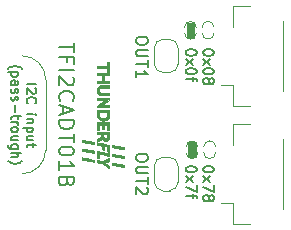
<source format=gbr>
%TF.GenerationSoftware,KiCad,Pcbnew,7.0.10-7.0.10~ubuntu23.04.1*%
%TF.CreationDate,2024-02-13T10:53:32+00:00*%
%TF.ProjectId,TFI2CADT01,54464932-4341-4445-9430-312e6b696361,rev?*%
%TF.SameCoordinates,PX7a53eb0PY6e37550*%
%TF.FileFunction,Legend,Top*%
%TF.FilePolarity,Positive*%
%FSLAX46Y46*%
G04 Gerber Fmt 4.6, Leading zero omitted, Abs format (unit mm)*
G04 Created by KiCad (PCBNEW 7.0.10-7.0.10~ubuntu23.04.1) date 2024-02-13 10:53:32*
%MOMM*%
%LPD*%
G01*
G04 APERTURE LIST*
%ADD10C,0.100000*%
%ADD11C,0.150000*%
%ADD12C,0.130000*%
%ADD13C,0.200000*%
G04 APERTURE END LIST*
D10*
X16226000Y9194000D02*
X16826000Y9194000D01*
X16826000Y7894000D01*
X16226000Y7894000D01*
X16226000Y9194000D01*
G36*
X16226000Y9194000D02*
G01*
X16826000Y9194000D01*
X16826000Y7894000D01*
X16226000Y7894000D01*
X16226000Y9194000D01*
G37*
X15891000Y18415000D02*
G75*
G03*
X16891000Y18415000I500000J0D01*
G01*
X4146000Y14494000D02*
G75*
G03*
X2146001Y16494000I-2000000J0D01*
G01*
X18391000Y18915000D02*
G75*
G03*
X17391000Y18915000I-500000J0D01*
G01*
X17026000Y8794000D02*
G75*
G03*
X16026000Y8794000I-500000J0D01*
G01*
X18526000Y8794000D02*
G75*
G03*
X17526000Y8794000I-500000J0D01*
G01*
X17526000Y8294000D02*
G75*
G03*
X18526000Y8294000I500000J0D01*
G01*
X4146000Y8508214D02*
X4146001Y14479787D01*
X16891000Y18915000D02*
G75*
G03*
X15891000Y18915000I-500000J0D01*
G01*
X16026000Y8294000D02*
G75*
G03*
X17026000Y8294000I500000J0D01*
G01*
X16091000Y19315000D02*
X16691000Y19315000D01*
X16691000Y18015000D01*
X16091000Y18015000D01*
X16091000Y19315000D01*
G36*
X16091000Y19315000D02*
G01*
X16691000Y19315000D01*
X16691000Y18015000D01*
X16091000Y18015000D01*
X16091000Y19315000D01*
G37*
X17391000Y18415000D02*
G75*
G03*
X18391000Y18415000I500000J0D01*
G01*
X2131786Y6508214D02*
G75*
G03*
X4131786Y8508213I14J1999986D01*
G01*
D11*
X12791180Y17870191D02*
X12791180Y17679715D01*
X12791180Y17679715D02*
X12743561Y17584477D01*
X12743561Y17584477D02*
X12648323Y17489239D01*
X12648323Y17489239D02*
X12457847Y17441620D01*
X12457847Y17441620D02*
X12124514Y17441620D01*
X12124514Y17441620D02*
X11934038Y17489239D01*
X11934038Y17489239D02*
X11838800Y17584477D01*
X11838800Y17584477D02*
X11791180Y17679715D01*
X11791180Y17679715D02*
X11791180Y17870191D01*
X11791180Y17870191D02*
X11838800Y17965429D01*
X11838800Y17965429D02*
X11934038Y18060667D01*
X11934038Y18060667D02*
X12124514Y18108286D01*
X12124514Y18108286D02*
X12457847Y18108286D01*
X12457847Y18108286D02*
X12648323Y18060667D01*
X12648323Y18060667D02*
X12743561Y17965429D01*
X12743561Y17965429D02*
X12791180Y17870191D01*
X12791180Y17013048D02*
X11981657Y17013048D01*
X11981657Y17013048D02*
X11886419Y16965429D01*
X11886419Y16965429D02*
X11838800Y16917810D01*
X11838800Y16917810D02*
X11791180Y16822572D01*
X11791180Y16822572D02*
X11791180Y16632096D01*
X11791180Y16632096D02*
X11838800Y16536858D01*
X11838800Y16536858D02*
X11886419Y16489239D01*
X11886419Y16489239D02*
X11981657Y16441620D01*
X11981657Y16441620D02*
X12791180Y16441620D01*
X12791180Y16108286D02*
X12791180Y15536858D01*
X11791180Y15822572D02*
X12791180Y15822572D01*
X11791180Y14679715D02*
X11791180Y15251143D01*
X11791180Y14965429D02*
X12791180Y14965429D01*
X12791180Y14965429D02*
X12648323Y15060667D01*
X12648323Y15060667D02*
X12553085Y15155905D01*
X12553085Y15155905D02*
X12505466Y15251143D01*
X2527704Y14084477D02*
X3327704Y14084477D01*
X3251514Y13741621D02*
X3289609Y13703525D01*
X3289609Y13703525D02*
X3327704Y13627335D01*
X3327704Y13627335D02*
X3327704Y13436859D01*
X3327704Y13436859D02*
X3289609Y13360668D01*
X3289609Y13360668D02*
X3251514Y13322573D01*
X3251514Y13322573D02*
X3175323Y13284478D01*
X3175323Y13284478D02*
X3099133Y13284478D01*
X3099133Y13284478D02*
X2984847Y13322573D01*
X2984847Y13322573D02*
X2527704Y13779716D01*
X2527704Y13779716D02*
X2527704Y13284478D01*
X2603895Y12484477D02*
X2565800Y12522573D01*
X2565800Y12522573D02*
X2527704Y12636858D01*
X2527704Y12636858D02*
X2527704Y12713049D01*
X2527704Y12713049D02*
X2565800Y12827335D01*
X2565800Y12827335D02*
X2641990Y12903525D01*
X2641990Y12903525D02*
X2718180Y12941620D01*
X2718180Y12941620D02*
X2870561Y12979716D01*
X2870561Y12979716D02*
X2984847Y12979716D01*
X2984847Y12979716D02*
X3137228Y12941620D01*
X3137228Y12941620D02*
X3213419Y12903525D01*
X3213419Y12903525D02*
X3289609Y12827335D01*
X3289609Y12827335D02*
X3327704Y12713049D01*
X3327704Y12713049D02*
X3327704Y12636858D01*
X3327704Y12636858D02*
X3289609Y12522573D01*
X3289609Y12522573D02*
X3251514Y12484477D01*
X2527704Y11532096D02*
X3061038Y11532096D01*
X3327704Y11532096D02*
X3289609Y11570192D01*
X3289609Y11570192D02*
X3251514Y11532096D01*
X3251514Y11532096D02*
X3289609Y11494001D01*
X3289609Y11494001D02*
X3327704Y11532096D01*
X3327704Y11532096D02*
X3251514Y11532096D01*
X3061038Y11151144D02*
X2527704Y11151144D01*
X2984847Y11151144D02*
X3022942Y11113049D01*
X3022942Y11113049D02*
X3061038Y11036859D01*
X3061038Y11036859D02*
X3061038Y10922573D01*
X3061038Y10922573D02*
X3022942Y10846382D01*
X3022942Y10846382D02*
X2946752Y10808287D01*
X2946752Y10808287D02*
X2527704Y10808287D01*
X3061038Y10427334D02*
X2261038Y10427334D01*
X3022942Y10427334D02*
X3061038Y10351144D01*
X3061038Y10351144D02*
X3061038Y10198763D01*
X3061038Y10198763D02*
X3022942Y10122572D01*
X3022942Y10122572D02*
X2984847Y10084477D01*
X2984847Y10084477D02*
X2908657Y10046382D01*
X2908657Y10046382D02*
X2680085Y10046382D01*
X2680085Y10046382D02*
X2603895Y10084477D01*
X2603895Y10084477D02*
X2565800Y10122572D01*
X2565800Y10122572D02*
X2527704Y10198763D01*
X2527704Y10198763D02*
X2527704Y10351144D01*
X2527704Y10351144D02*
X2565800Y10427334D01*
X3061038Y9360667D02*
X2527704Y9360667D01*
X3061038Y9703524D02*
X2641990Y9703524D01*
X2641990Y9703524D02*
X2565800Y9665429D01*
X2565800Y9665429D02*
X2527704Y9589239D01*
X2527704Y9589239D02*
X2527704Y9474953D01*
X2527704Y9474953D02*
X2565800Y9398762D01*
X2565800Y9398762D02*
X2603895Y9360667D01*
X3061038Y9094000D02*
X3061038Y8789238D01*
X3327704Y8979714D02*
X2641990Y8979714D01*
X2641990Y8979714D02*
X2565800Y8941619D01*
X2565800Y8941619D02*
X2527704Y8865429D01*
X2527704Y8865429D02*
X2527704Y8789238D01*
X934942Y15398763D02*
X973038Y15436858D01*
X973038Y15436858D02*
X1087323Y15513049D01*
X1087323Y15513049D02*
X1163514Y15551144D01*
X1163514Y15551144D02*
X1277800Y15589239D01*
X1277800Y15589239D02*
X1468276Y15627334D01*
X1468276Y15627334D02*
X1620657Y15627334D01*
X1620657Y15627334D02*
X1811133Y15589239D01*
X1811133Y15589239D02*
X1925419Y15551144D01*
X1925419Y15551144D02*
X2001609Y15513049D01*
X2001609Y15513049D02*
X2115895Y15436858D01*
X2115895Y15436858D02*
X2153990Y15398763D01*
X1773038Y15094001D02*
X973038Y15094001D01*
X1734942Y15094001D02*
X1773038Y15017811D01*
X1773038Y15017811D02*
X1773038Y14865430D01*
X1773038Y14865430D02*
X1734942Y14789239D01*
X1734942Y14789239D02*
X1696847Y14751144D01*
X1696847Y14751144D02*
X1620657Y14713049D01*
X1620657Y14713049D02*
X1392085Y14713049D01*
X1392085Y14713049D02*
X1315895Y14751144D01*
X1315895Y14751144D02*
X1277800Y14789239D01*
X1277800Y14789239D02*
X1239704Y14865430D01*
X1239704Y14865430D02*
X1239704Y15017811D01*
X1239704Y15017811D02*
X1277800Y15094001D01*
X1239704Y14027334D02*
X1658752Y14027334D01*
X1658752Y14027334D02*
X1734942Y14065429D01*
X1734942Y14065429D02*
X1773038Y14141620D01*
X1773038Y14141620D02*
X1773038Y14294001D01*
X1773038Y14294001D02*
X1734942Y14370191D01*
X1277800Y14027334D02*
X1239704Y14103525D01*
X1239704Y14103525D02*
X1239704Y14294001D01*
X1239704Y14294001D02*
X1277800Y14370191D01*
X1277800Y14370191D02*
X1353990Y14408287D01*
X1353990Y14408287D02*
X1430180Y14408287D01*
X1430180Y14408287D02*
X1506371Y14370191D01*
X1506371Y14370191D02*
X1544466Y14294001D01*
X1544466Y14294001D02*
X1544466Y14103525D01*
X1544466Y14103525D02*
X1582561Y14027334D01*
X1277800Y13684477D02*
X1239704Y13608286D01*
X1239704Y13608286D02*
X1239704Y13455905D01*
X1239704Y13455905D02*
X1277800Y13379715D01*
X1277800Y13379715D02*
X1353990Y13341619D01*
X1353990Y13341619D02*
X1392085Y13341619D01*
X1392085Y13341619D02*
X1468276Y13379715D01*
X1468276Y13379715D02*
X1506371Y13455905D01*
X1506371Y13455905D02*
X1506371Y13570191D01*
X1506371Y13570191D02*
X1544466Y13646381D01*
X1544466Y13646381D02*
X1620657Y13684477D01*
X1620657Y13684477D02*
X1658752Y13684477D01*
X1658752Y13684477D02*
X1734942Y13646381D01*
X1734942Y13646381D02*
X1773038Y13570191D01*
X1773038Y13570191D02*
X1773038Y13455905D01*
X1773038Y13455905D02*
X1734942Y13379715D01*
X1277800Y13036858D02*
X1239704Y12960667D01*
X1239704Y12960667D02*
X1239704Y12808286D01*
X1239704Y12808286D02*
X1277800Y12732096D01*
X1277800Y12732096D02*
X1353990Y12694000D01*
X1353990Y12694000D02*
X1392085Y12694000D01*
X1392085Y12694000D02*
X1468276Y12732096D01*
X1468276Y12732096D02*
X1506371Y12808286D01*
X1506371Y12808286D02*
X1506371Y12922572D01*
X1506371Y12922572D02*
X1544466Y12998762D01*
X1544466Y12998762D02*
X1620657Y13036858D01*
X1620657Y13036858D02*
X1658752Y13036858D01*
X1658752Y13036858D02*
X1734942Y12998762D01*
X1734942Y12998762D02*
X1773038Y12922572D01*
X1773038Y12922572D02*
X1773038Y12808286D01*
X1773038Y12808286D02*
X1734942Y12732096D01*
X1544466Y12351143D02*
X1544466Y11741619D01*
X1773038Y11474953D02*
X1773038Y11170191D01*
X2039704Y11360667D02*
X1353990Y11360667D01*
X1353990Y11360667D02*
X1277800Y11322572D01*
X1277800Y11322572D02*
X1239704Y11246382D01*
X1239704Y11246382D02*
X1239704Y11170191D01*
X1239704Y10903524D02*
X1773038Y10903524D01*
X1620657Y10903524D02*
X1696847Y10865429D01*
X1696847Y10865429D02*
X1734942Y10827334D01*
X1734942Y10827334D02*
X1773038Y10751143D01*
X1773038Y10751143D02*
X1773038Y10674953D01*
X1239704Y10294001D02*
X1277800Y10370191D01*
X1277800Y10370191D02*
X1315895Y10408286D01*
X1315895Y10408286D02*
X1392085Y10446382D01*
X1392085Y10446382D02*
X1620657Y10446382D01*
X1620657Y10446382D02*
X1696847Y10408286D01*
X1696847Y10408286D02*
X1734942Y10370191D01*
X1734942Y10370191D02*
X1773038Y10294001D01*
X1773038Y10294001D02*
X1773038Y10179715D01*
X1773038Y10179715D02*
X1734942Y10103524D01*
X1734942Y10103524D02*
X1696847Y10065429D01*
X1696847Y10065429D02*
X1620657Y10027334D01*
X1620657Y10027334D02*
X1392085Y10027334D01*
X1392085Y10027334D02*
X1315895Y10065429D01*
X1315895Y10065429D02*
X1277800Y10103524D01*
X1277800Y10103524D02*
X1239704Y10179715D01*
X1239704Y10179715D02*
X1239704Y10294001D01*
X1773038Y9341619D02*
X1239704Y9341619D01*
X1773038Y9684476D02*
X1353990Y9684476D01*
X1353990Y9684476D02*
X1277800Y9646381D01*
X1277800Y9646381D02*
X1239704Y9570191D01*
X1239704Y9570191D02*
X1239704Y9455905D01*
X1239704Y9455905D02*
X1277800Y9379714D01*
X1277800Y9379714D02*
X1315895Y9341619D01*
X1773038Y8617809D02*
X1125419Y8617809D01*
X1125419Y8617809D02*
X1049228Y8655904D01*
X1049228Y8655904D02*
X1011133Y8694000D01*
X1011133Y8694000D02*
X973038Y8770190D01*
X973038Y8770190D02*
X973038Y8884476D01*
X973038Y8884476D02*
X1011133Y8960666D01*
X1277800Y8617809D02*
X1239704Y8694000D01*
X1239704Y8694000D02*
X1239704Y8846381D01*
X1239704Y8846381D02*
X1277800Y8922571D01*
X1277800Y8922571D02*
X1315895Y8960666D01*
X1315895Y8960666D02*
X1392085Y8998762D01*
X1392085Y8998762D02*
X1620657Y8998762D01*
X1620657Y8998762D02*
X1696847Y8960666D01*
X1696847Y8960666D02*
X1734942Y8922571D01*
X1734942Y8922571D02*
X1773038Y8846381D01*
X1773038Y8846381D02*
X1773038Y8694000D01*
X1773038Y8694000D02*
X1734942Y8617809D01*
X1239704Y8236856D02*
X2039704Y8236856D01*
X1239704Y7893999D02*
X1658752Y7893999D01*
X1658752Y7893999D02*
X1734942Y7932094D01*
X1734942Y7932094D02*
X1773038Y8008285D01*
X1773038Y8008285D02*
X1773038Y8122571D01*
X1773038Y8122571D02*
X1734942Y8198761D01*
X1734942Y8198761D02*
X1696847Y8236856D01*
X934942Y7589237D02*
X973038Y7551142D01*
X973038Y7551142D02*
X1087323Y7474951D01*
X1087323Y7474951D02*
X1163514Y7436856D01*
X1163514Y7436856D02*
X1277800Y7398761D01*
X1277800Y7398761D02*
X1468276Y7360665D01*
X1468276Y7360665D02*
X1620657Y7360665D01*
X1620657Y7360665D02*
X1811133Y7398761D01*
X1811133Y7398761D02*
X1925419Y7436856D01*
X1925419Y7436856D02*
X2001609Y7474951D01*
X2001609Y7474951D02*
X2115895Y7551142D01*
X2115895Y7551142D02*
X2153990Y7589237D01*
D12*
X18360902Y6922760D02*
X18360902Y6837046D01*
X18360902Y6837046D02*
X18318045Y6751332D01*
X18318045Y6751332D02*
X18275188Y6708474D01*
X18275188Y6708474D02*
X18189474Y6665617D01*
X18189474Y6665617D02*
X18018045Y6622760D01*
X18018045Y6622760D02*
X17803760Y6622760D01*
X17803760Y6622760D02*
X17632331Y6665617D01*
X17632331Y6665617D02*
X17546617Y6708474D01*
X17546617Y6708474D02*
X17503760Y6751332D01*
X17503760Y6751332D02*
X17460902Y6837046D01*
X17460902Y6837046D02*
X17460902Y6922760D01*
X17460902Y6922760D02*
X17503760Y7008474D01*
X17503760Y7008474D02*
X17546617Y7051332D01*
X17546617Y7051332D02*
X17632331Y7094189D01*
X17632331Y7094189D02*
X17803760Y7137046D01*
X17803760Y7137046D02*
X18018045Y7137046D01*
X18018045Y7137046D02*
X18189474Y7094189D01*
X18189474Y7094189D02*
X18275188Y7051332D01*
X18275188Y7051332D02*
X18318045Y7008474D01*
X18318045Y7008474D02*
X18360902Y6922760D01*
X17460902Y6322760D02*
X18060902Y5851331D01*
X18060902Y6322760D02*
X17460902Y5851331D01*
X18360902Y5594189D02*
X18360902Y4994189D01*
X18360902Y4994189D02*
X17460902Y5379903D01*
X17975188Y4522760D02*
X18018045Y4608475D01*
X18018045Y4608475D02*
X18060902Y4651332D01*
X18060902Y4651332D02*
X18146617Y4694189D01*
X18146617Y4694189D02*
X18189474Y4694189D01*
X18189474Y4694189D02*
X18275188Y4651332D01*
X18275188Y4651332D02*
X18318045Y4608475D01*
X18318045Y4608475D02*
X18360902Y4522760D01*
X18360902Y4522760D02*
X18360902Y4351332D01*
X18360902Y4351332D02*
X18318045Y4265617D01*
X18318045Y4265617D02*
X18275188Y4222760D01*
X18275188Y4222760D02*
X18189474Y4179903D01*
X18189474Y4179903D02*
X18146617Y4179903D01*
X18146617Y4179903D02*
X18060902Y4222760D01*
X18060902Y4222760D02*
X18018045Y4265617D01*
X18018045Y4265617D02*
X17975188Y4351332D01*
X17975188Y4351332D02*
X17975188Y4522760D01*
X17975188Y4522760D02*
X17932331Y4608475D01*
X17932331Y4608475D02*
X17889474Y4651332D01*
X17889474Y4651332D02*
X17803760Y4694189D01*
X17803760Y4694189D02*
X17632331Y4694189D01*
X17632331Y4694189D02*
X17546617Y4651332D01*
X17546617Y4651332D02*
X17503760Y4608475D01*
X17503760Y4608475D02*
X17460902Y4522760D01*
X17460902Y4522760D02*
X17460902Y4351332D01*
X17460902Y4351332D02*
X17503760Y4265617D01*
X17503760Y4265617D02*
X17546617Y4222760D01*
X17546617Y4222760D02*
X17632331Y4179903D01*
X17632331Y4179903D02*
X17803760Y4179903D01*
X17803760Y4179903D02*
X17889474Y4222760D01*
X17889474Y4222760D02*
X17932331Y4265617D01*
X17932331Y4265617D02*
X17975188Y4351332D01*
X16911902Y6922760D02*
X16911902Y6837046D01*
X16911902Y6837046D02*
X16869045Y6751332D01*
X16869045Y6751332D02*
X16826188Y6708474D01*
X16826188Y6708474D02*
X16740474Y6665617D01*
X16740474Y6665617D02*
X16569045Y6622760D01*
X16569045Y6622760D02*
X16354760Y6622760D01*
X16354760Y6622760D02*
X16183331Y6665617D01*
X16183331Y6665617D02*
X16097617Y6708474D01*
X16097617Y6708474D02*
X16054760Y6751332D01*
X16054760Y6751332D02*
X16011902Y6837046D01*
X16011902Y6837046D02*
X16011902Y6922760D01*
X16011902Y6922760D02*
X16054760Y7008474D01*
X16054760Y7008474D02*
X16097617Y7051332D01*
X16097617Y7051332D02*
X16183331Y7094189D01*
X16183331Y7094189D02*
X16354760Y7137046D01*
X16354760Y7137046D02*
X16569045Y7137046D01*
X16569045Y7137046D02*
X16740474Y7094189D01*
X16740474Y7094189D02*
X16826188Y7051332D01*
X16826188Y7051332D02*
X16869045Y7008474D01*
X16869045Y7008474D02*
X16911902Y6922760D01*
X16011902Y6322760D02*
X16611902Y5851331D01*
X16611902Y6322760D02*
X16011902Y5851331D01*
X16911902Y5594189D02*
X16911902Y4994189D01*
X16911902Y4994189D02*
X16011902Y5379903D01*
X16611902Y4779903D02*
X16611902Y4437046D01*
X16011902Y4651332D02*
X16783331Y4651332D01*
X16783331Y4651332D02*
X16869045Y4608475D01*
X16869045Y4608475D02*
X16911902Y4522760D01*
X16911902Y4522760D02*
X16911902Y4437046D01*
D11*
X12791180Y7970191D02*
X12791180Y7779715D01*
X12791180Y7779715D02*
X12743561Y7684477D01*
X12743561Y7684477D02*
X12648323Y7589239D01*
X12648323Y7589239D02*
X12457847Y7541620D01*
X12457847Y7541620D02*
X12124514Y7541620D01*
X12124514Y7541620D02*
X11934038Y7589239D01*
X11934038Y7589239D02*
X11838800Y7684477D01*
X11838800Y7684477D02*
X11791180Y7779715D01*
X11791180Y7779715D02*
X11791180Y7970191D01*
X11791180Y7970191D02*
X11838800Y8065429D01*
X11838800Y8065429D02*
X11934038Y8160667D01*
X11934038Y8160667D02*
X12124514Y8208286D01*
X12124514Y8208286D02*
X12457847Y8208286D01*
X12457847Y8208286D02*
X12648323Y8160667D01*
X12648323Y8160667D02*
X12743561Y8065429D01*
X12743561Y8065429D02*
X12791180Y7970191D01*
X12791180Y7113048D02*
X11981657Y7113048D01*
X11981657Y7113048D02*
X11886419Y7065429D01*
X11886419Y7065429D02*
X11838800Y7017810D01*
X11838800Y7017810D02*
X11791180Y6922572D01*
X11791180Y6922572D02*
X11791180Y6732096D01*
X11791180Y6732096D02*
X11838800Y6636858D01*
X11838800Y6636858D02*
X11886419Y6589239D01*
X11886419Y6589239D02*
X11981657Y6541620D01*
X11981657Y6541620D02*
X12791180Y6541620D01*
X12791180Y6208286D02*
X12791180Y5636858D01*
X11791180Y5922572D02*
X12791180Y5922572D01*
X12695942Y5351143D02*
X12743561Y5303524D01*
X12743561Y5303524D02*
X12791180Y5208286D01*
X12791180Y5208286D02*
X12791180Y4970191D01*
X12791180Y4970191D02*
X12743561Y4874953D01*
X12743561Y4874953D02*
X12695942Y4827334D01*
X12695942Y4827334D02*
X12600704Y4779715D01*
X12600704Y4779715D02*
X12505466Y4779715D01*
X12505466Y4779715D02*
X12362609Y4827334D01*
X12362609Y4827334D02*
X11791180Y5398762D01*
X11791180Y5398762D02*
X11791180Y4779715D01*
D13*
X6554995Y17591619D02*
X6554995Y16848762D01*
X5254995Y17220190D02*
X6554995Y17220190D01*
X5935947Y15982095D02*
X5935947Y16415429D01*
X5254995Y16415429D02*
X6554995Y16415429D01*
X6554995Y16415429D02*
X6554995Y15796381D01*
X5254995Y15301143D02*
X6554995Y15301143D01*
X6431185Y14743999D02*
X6493090Y14682095D01*
X6493090Y14682095D02*
X6554995Y14558285D01*
X6554995Y14558285D02*
X6554995Y14248761D01*
X6554995Y14248761D02*
X6493090Y14124952D01*
X6493090Y14124952D02*
X6431185Y14063047D01*
X6431185Y14063047D02*
X6307376Y14001142D01*
X6307376Y14001142D02*
X6183566Y14001142D01*
X6183566Y14001142D02*
X5997852Y14063047D01*
X5997852Y14063047D02*
X5254995Y14805904D01*
X5254995Y14805904D02*
X5254995Y14001142D01*
X5378804Y12701143D02*
X5316900Y12763047D01*
X5316900Y12763047D02*
X5254995Y12948762D01*
X5254995Y12948762D02*
X5254995Y13072571D01*
X5254995Y13072571D02*
X5316900Y13258285D01*
X5316900Y13258285D02*
X5440709Y13382095D01*
X5440709Y13382095D02*
X5564519Y13444000D01*
X5564519Y13444000D02*
X5812138Y13505904D01*
X5812138Y13505904D02*
X5997852Y13505904D01*
X5997852Y13505904D02*
X6245471Y13444000D01*
X6245471Y13444000D02*
X6369280Y13382095D01*
X6369280Y13382095D02*
X6493090Y13258285D01*
X6493090Y13258285D02*
X6554995Y13072571D01*
X6554995Y13072571D02*
X6554995Y12948762D01*
X6554995Y12948762D02*
X6493090Y12763047D01*
X6493090Y12763047D02*
X6431185Y12701143D01*
X5626423Y12205904D02*
X5626423Y11586857D01*
X5254995Y12329714D02*
X6554995Y11896381D01*
X6554995Y11896381D02*
X5254995Y11463047D01*
X5254995Y11029714D02*
X6554995Y11029714D01*
X6554995Y11029714D02*
X6554995Y10720190D01*
X6554995Y10720190D02*
X6493090Y10534476D01*
X6493090Y10534476D02*
X6369280Y10410666D01*
X6369280Y10410666D02*
X6245471Y10348761D01*
X6245471Y10348761D02*
X5997852Y10286857D01*
X5997852Y10286857D02*
X5812138Y10286857D01*
X5812138Y10286857D02*
X5564519Y10348761D01*
X5564519Y10348761D02*
X5440709Y10410666D01*
X5440709Y10410666D02*
X5316900Y10534476D01*
X5316900Y10534476D02*
X5254995Y10720190D01*
X5254995Y10720190D02*
X5254995Y11029714D01*
X6554995Y9915428D02*
X6554995Y9172571D01*
X5254995Y9543999D02*
X6554995Y9543999D01*
X6554995Y8491619D02*
X6554995Y8367809D01*
X6554995Y8367809D02*
X6493090Y8244000D01*
X6493090Y8244000D02*
X6431185Y8182095D01*
X6431185Y8182095D02*
X6307376Y8120190D01*
X6307376Y8120190D02*
X6059757Y8058285D01*
X6059757Y8058285D02*
X5750233Y8058285D01*
X5750233Y8058285D02*
X5502614Y8120190D01*
X5502614Y8120190D02*
X5378804Y8182095D01*
X5378804Y8182095D02*
X5316900Y8244000D01*
X5316900Y8244000D02*
X5254995Y8367809D01*
X5254995Y8367809D02*
X5254995Y8491619D01*
X5254995Y8491619D02*
X5316900Y8615428D01*
X5316900Y8615428D02*
X5378804Y8677333D01*
X5378804Y8677333D02*
X5502614Y8739238D01*
X5502614Y8739238D02*
X5750233Y8801142D01*
X5750233Y8801142D02*
X6059757Y8801142D01*
X6059757Y8801142D02*
X6307376Y8739238D01*
X6307376Y8739238D02*
X6431185Y8677333D01*
X6431185Y8677333D02*
X6493090Y8615428D01*
X6493090Y8615428D02*
X6554995Y8491619D01*
X5254995Y6820190D02*
X5254995Y7563047D01*
X5254995Y7191619D02*
X6554995Y7191619D01*
X6554995Y7191619D02*
X6369280Y7315428D01*
X6369280Y7315428D02*
X6245471Y7439238D01*
X6245471Y7439238D02*
X6183566Y7563047D01*
X5935947Y5829714D02*
X5874042Y5644000D01*
X5874042Y5644000D02*
X5812138Y5582095D01*
X5812138Y5582095D02*
X5688328Y5520191D01*
X5688328Y5520191D02*
X5502614Y5520191D01*
X5502614Y5520191D02*
X5378804Y5582095D01*
X5378804Y5582095D02*
X5316900Y5644000D01*
X5316900Y5644000D02*
X5254995Y5767810D01*
X5254995Y5767810D02*
X5254995Y6263048D01*
X5254995Y6263048D02*
X6554995Y6263048D01*
X6554995Y6263048D02*
X6554995Y5829714D01*
X6554995Y5829714D02*
X6493090Y5705905D01*
X6493090Y5705905D02*
X6431185Y5644000D01*
X6431185Y5644000D02*
X6307376Y5582095D01*
X6307376Y5582095D02*
X6183566Y5582095D01*
X6183566Y5582095D02*
X6059757Y5644000D01*
X6059757Y5644000D02*
X5997852Y5705905D01*
X5997852Y5705905D02*
X5935947Y5829714D01*
X5935947Y5829714D02*
X5935947Y6263048D01*
D12*
X18360902Y16822760D02*
X18360902Y16737046D01*
X18360902Y16737046D02*
X18318045Y16651332D01*
X18318045Y16651332D02*
X18275188Y16608474D01*
X18275188Y16608474D02*
X18189474Y16565617D01*
X18189474Y16565617D02*
X18018045Y16522760D01*
X18018045Y16522760D02*
X17803760Y16522760D01*
X17803760Y16522760D02*
X17632331Y16565617D01*
X17632331Y16565617D02*
X17546617Y16608474D01*
X17546617Y16608474D02*
X17503760Y16651332D01*
X17503760Y16651332D02*
X17460902Y16737046D01*
X17460902Y16737046D02*
X17460902Y16822760D01*
X17460902Y16822760D02*
X17503760Y16908474D01*
X17503760Y16908474D02*
X17546617Y16951332D01*
X17546617Y16951332D02*
X17632331Y16994189D01*
X17632331Y16994189D02*
X17803760Y17037046D01*
X17803760Y17037046D02*
X18018045Y17037046D01*
X18018045Y17037046D02*
X18189474Y16994189D01*
X18189474Y16994189D02*
X18275188Y16951332D01*
X18275188Y16951332D02*
X18318045Y16908474D01*
X18318045Y16908474D02*
X18360902Y16822760D01*
X17460902Y16222760D02*
X18060902Y15751331D01*
X18060902Y16222760D02*
X17460902Y15751331D01*
X18360902Y15237046D02*
X18360902Y15151332D01*
X18360902Y15151332D02*
X18318045Y15065618D01*
X18318045Y15065618D02*
X18275188Y15022760D01*
X18275188Y15022760D02*
X18189474Y14979903D01*
X18189474Y14979903D02*
X18018045Y14937046D01*
X18018045Y14937046D02*
X17803760Y14937046D01*
X17803760Y14937046D02*
X17632331Y14979903D01*
X17632331Y14979903D02*
X17546617Y15022760D01*
X17546617Y15022760D02*
X17503760Y15065618D01*
X17503760Y15065618D02*
X17460902Y15151332D01*
X17460902Y15151332D02*
X17460902Y15237046D01*
X17460902Y15237046D02*
X17503760Y15322760D01*
X17503760Y15322760D02*
X17546617Y15365618D01*
X17546617Y15365618D02*
X17632331Y15408475D01*
X17632331Y15408475D02*
X17803760Y15451332D01*
X17803760Y15451332D02*
X18018045Y15451332D01*
X18018045Y15451332D02*
X18189474Y15408475D01*
X18189474Y15408475D02*
X18275188Y15365618D01*
X18275188Y15365618D02*
X18318045Y15322760D01*
X18318045Y15322760D02*
X18360902Y15237046D01*
X17975188Y14422760D02*
X18018045Y14508475D01*
X18018045Y14508475D02*
X18060902Y14551332D01*
X18060902Y14551332D02*
X18146617Y14594189D01*
X18146617Y14594189D02*
X18189474Y14594189D01*
X18189474Y14594189D02*
X18275188Y14551332D01*
X18275188Y14551332D02*
X18318045Y14508475D01*
X18318045Y14508475D02*
X18360902Y14422760D01*
X18360902Y14422760D02*
X18360902Y14251332D01*
X18360902Y14251332D02*
X18318045Y14165617D01*
X18318045Y14165617D02*
X18275188Y14122760D01*
X18275188Y14122760D02*
X18189474Y14079903D01*
X18189474Y14079903D02*
X18146617Y14079903D01*
X18146617Y14079903D02*
X18060902Y14122760D01*
X18060902Y14122760D02*
X18018045Y14165617D01*
X18018045Y14165617D02*
X17975188Y14251332D01*
X17975188Y14251332D02*
X17975188Y14422760D01*
X17975188Y14422760D02*
X17932331Y14508475D01*
X17932331Y14508475D02*
X17889474Y14551332D01*
X17889474Y14551332D02*
X17803760Y14594189D01*
X17803760Y14594189D02*
X17632331Y14594189D01*
X17632331Y14594189D02*
X17546617Y14551332D01*
X17546617Y14551332D02*
X17503760Y14508475D01*
X17503760Y14508475D02*
X17460902Y14422760D01*
X17460902Y14422760D02*
X17460902Y14251332D01*
X17460902Y14251332D02*
X17503760Y14165617D01*
X17503760Y14165617D02*
X17546617Y14122760D01*
X17546617Y14122760D02*
X17632331Y14079903D01*
X17632331Y14079903D02*
X17803760Y14079903D01*
X17803760Y14079903D02*
X17889474Y14122760D01*
X17889474Y14122760D02*
X17932331Y14165617D01*
X17932331Y14165617D02*
X17975188Y14251332D01*
X16911902Y16822760D02*
X16911902Y16737046D01*
X16911902Y16737046D02*
X16869045Y16651332D01*
X16869045Y16651332D02*
X16826188Y16608474D01*
X16826188Y16608474D02*
X16740474Y16565617D01*
X16740474Y16565617D02*
X16569045Y16522760D01*
X16569045Y16522760D02*
X16354760Y16522760D01*
X16354760Y16522760D02*
X16183331Y16565617D01*
X16183331Y16565617D02*
X16097617Y16608474D01*
X16097617Y16608474D02*
X16054760Y16651332D01*
X16054760Y16651332D02*
X16011902Y16737046D01*
X16011902Y16737046D02*
X16011902Y16822760D01*
X16011902Y16822760D02*
X16054760Y16908474D01*
X16054760Y16908474D02*
X16097617Y16951332D01*
X16097617Y16951332D02*
X16183331Y16994189D01*
X16183331Y16994189D02*
X16354760Y17037046D01*
X16354760Y17037046D02*
X16569045Y17037046D01*
X16569045Y17037046D02*
X16740474Y16994189D01*
X16740474Y16994189D02*
X16826188Y16951332D01*
X16826188Y16951332D02*
X16869045Y16908474D01*
X16869045Y16908474D02*
X16911902Y16822760D01*
X16011902Y16222760D02*
X16611902Y15751331D01*
X16611902Y16222760D02*
X16011902Y15751331D01*
X16911902Y15237046D02*
X16911902Y15151332D01*
X16911902Y15151332D02*
X16869045Y15065618D01*
X16869045Y15065618D02*
X16826188Y15022760D01*
X16826188Y15022760D02*
X16740474Y14979903D01*
X16740474Y14979903D02*
X16569045Y14937046D01*
X16569045Y14937046D02*
X16354760Y14937046D01*
X16354760Y14937046D02*
X16183331Y14979903D01*
X16183331Y14979903D02*
X16097617Y15022760D01*
X16097617Y15022760D02*
X16054760Y15065618D01*
X16054760Y15065618D02*
X16011902Y15151332D01*
X16011902Y15151332D02*
X16011902Y15237046D01*
X16011902Y15237046D02*
X16054760Y15322760D01*
X16054760Y15322760D02*
X16097617Y15365618D01*
X16097617Y15365618D02*
X16183331Y15408475D01*
X16183331Y15408475D02*
X16354760Y15451332D01*
X16354760Y15451332D02*
X16569045Y15451332D01*
X16569045Y15451332D02*
X16740474Y15408475D01*
X16740474Y15408475D02*
X16826188Y15365618D01*
X16826188Y15365618D02*
X16869045Y15322760D01*
X16869045Y15322760D02*
X16911902Y15237046D01*
X16611902Y14679903D02*
X16611902Y14337046D01*
X16011902Y14551332D02*
X16783331Y14551332D01*
X16783331Y14551332D02*
X16869045Y14508475D01*
X16869045Y14508475D02*
X16911902Y14422760D01*
X16911902Y14422760D02*
X16911902Y14337046D01*
D10*
%TO.C,JP1*%
X14046000Y7894000D02*
X14646000Y7894000D01*
X15346000Y7194000D02*
X15346000Y5794000D01*
X13346000Y5794000D02*
X13346000Y7194000D01*
X14646000Y5094000D02*
X14046000Y5094000D01*
X15346000Y7194000D02*
G75*
G03*
X14646000Y7894000I-699999J1D01*
G01*
X14046000Y7894000D02*
G75*
G03*
X13346000Y7194000I-1J-699999D01*
G01*
X14646000Y5094000D02*
G75*
G03*
X15346000Y5794000I0J700000D01*
G01*
X13346000Y5794000D02*
G75*
G03*
X14046000Y5094000I700000J0D01*
G01*
%TO.C,JP2*%
X14646000Y15094000D02*
X14046000Y15094000D01*
X13346000Y15794000D02*
X13346000Y17194000D01*
X15346000Y17194000D02*
X15346000Y15794000D01*
X14046000Y17894000D02*
X14646000Y17894000D01*
X13346000Y15794000D02*
G75*
G03*
X14046000Y15094000I699999J-1D01*
G01*
X14646000Y15094000D02*
G75*
G03*
X15346000Y15794000I1J699999D01*
G01*
X14046000Y17894000D02*
G75*
G03*
X13346000Y17194000I0J-700000D01*
G01*
X15346000Y17194000D02*
G75*
G03*
X14646000Y17894000I-700000J0D01*
G01*
%TO.C,G1*%
X9517699Y15159489D02*
X9334069Y15159489D01*
X9334069Y15454609D01*
X8481500Y15454609D01*
X8481500Y15644797D01*
X9334069Y15644797D01*
X9334069Y15939917D01*
X9517699Y15939917D01*
X9517699Y15159489D01*
G36*
X9517699Y15159489D02*
G01*
X9334069Y15159489D01*
X9334069Y15454609D01*
X8481500Y15454609D01*
X8481500Y15644797D01*
X9334069Y15644797D01*
X9334069Y15939917D01*
X9517699Y15939917D01*
X9517699Y15159489D01*
G37*
X9517699Y14864369D02*
X9111090Y14864369D01*
X9111090Y14385619D01*
X9517699Y14385619D01*
X9517699Y14195430D01*
X8481500Y14195430D01*
X8481500Y14385619D01*
X8927459Y14385619D01*
X8927459Y14864369D01*
X8481500Y14864369D01*
X8481500Y15054557D01*
X9517699Y15054557D01*
X9517699Y14864369D01*
G36*
X9517699Y14864369D02*
G01*
X9111090Y14864369D01*
X9111090Y14385619D01*
X9517699Y14385619D01*
X9517699Y14195430D01*
X8481500Y14195430D01*
X8481500Y14385619D01*
X8927459Y14385619D01*
X8927459Y14864369D01*
X8481500Y14864369D01*
X8481500Y15054557D01*
X9517699Y15054557D01*
X9517699Y14864369D01*
G37*
X9517699Y10194914D02*
X9334069Y10194914D01*
X9334069Y10667106D01*
X9111090Y10667106D01*
X9111090Y10306403D01*
X8927459Y10306403D01*
X8927459Y10667106D01*
X8665130Y10667106D01*
X8665130Y10181797D01*
X8481500Y10181797D01*
X8481500Y10863852D01*
X9517699Y10863852D01*
X9517699Y10194914D01*
G36*
X9517699Y10194914D02*
G01*
X9334069Y10194914D01*
X9334069Y10667106D01*
X9111090Y10667106D01*
X9111090Y10306403D01*
X8927459Y10306403D01*
X8927459Y10667106D01*
X8665130Y10667106D01*
X8665130Y10181797D01*
X8481500Y10181797D01*
X8481500Y10863852D01*
X9517699Y10863852D01*
X9517699Y10194914D01*
G37*
X9517699Y12754021D02*
X9184870Y12533642D01*
X8852040Y12313263D01*
X9184870Y12313242D01*
X9517699Y12313220D01*
X9517699Y12123031D01*
X8481500Y12123031D01*
X8481500Y12278302D01*
X8837284Y12515454D01*
X9193067Y12752606D01*
X8837284Y12752614D01*
X8481500Y12752621D01*
X8481500Y12942809D01*
X9517699Y12942809D01*
X9517699Y12754021D01*
G36*
X9517699Y12754021D02*
G01*
X9184870Y12533642D01*
X8852040Y12313263D01*
X9184870Y12313242D01*
X9517699Y12313220D01*
X9517699Y12123031D01*
X8481500Y12123031D01*
X8481500Y12278302D01*
X8837284Y12515454D01*
X9193067Y12752606D01*
X8837284Y12752614D01*
X8481500Y12752621D01*
X8481500Y12942809D01*
X9517699Y12942809D01*
X9517699Y12754021D01*
G37*
X7214123Y9386487D02*
X7223334Y9384835D01*
X7244434Y9381102D01*
X7276393Y9375469D01*
X7318179Y9368118D01*
X7368761Y9359229D01*
X7427110Y9348984D01*
X7492193Y9337564D01*
X7562980Y9325149D01*
X7638441Y9311921D01*
X7717544Y9298060D01*
X7732209Y9295492D01*
X8232259Y9207901D01*
X8232273Y9114446D01*
X8231943Y9074735D01*
X8230867Y9046883D01*
X8228942Y9029651D01*
X8226062Y9021797D01*
X8224406Y9020992D01*
X8216845Y9022102D01*
X8197366Y9025317D01*
X8166969Y9030464D01*
X8126653Y9037371D01*
X8077419Y9045863D01*
X8020265Y9055769D01*
X7956192Y9066915D01*
X7886199Y9079128D01*
X7811284Y9092236D01*
X7732449Y9106065D01*
X7712742Y9109528D01*
X7633144Y9123502D01*
X7557256Y9136798D01*
X7486072Y9149242D01*
X7420589Y9160662D01*
X7361803Y9170885D01*
X7310709Y9179738D01*
X7268303Y9187048D01*
X7235580Y9192643D01*
X7213538Y9196349D01*
X7203171Y9197995D01*
X7202523Y9198064D01*
X7199950Y9204382D01*
X7197959Y9222395D01*
X7196643Y9250691D01*
X7196098Y9287858D01*
X7196088Y9293978D01*
X7196088Y9389892D01*
X7214123Y9386487D01*
G36*
X7214123Y9386487D02*
G01*
X7223334Y9384835D01*
X7244434Y9381102D01*
X7276393Y9375469D01*
X7318179Y9368118D01*
X7368761Y9359229D01*
X7427110Y9348984D01*
X7492193Y9337564D01*
X7562980Y9325149D01*
X7638441Y9311921D01*
X7717544Y9298060D01*
X7732209Y9295492D01*
X8232259Y9207901D01*
X8232273Y9114446D01*
X8231943Y9074735D01*
X8230867Y9046883D01*
X8228942Y9029651D01*
X8226062Y9021797D01*
X8224406Y9020992D01*
X8216845Y9022102D01*
X8197366Y9025317D01*
X8166969Y9030464D01*
X8126653Y9037371D01*
X8077419Y9045863D01*
X8020265Y9055769D01*
X7956192Y9066915D01*
X7886199Y9079128D01*
X7811284Y9092236D01*
X7732449Y9106065D01*
X7712742Y9109528D01*
X7633144Y9123502D01*
X7557256Y9136798D01*
X7486072Y9149242D01*
X7420589Y9160662D01*
X7361803Y9170885D01*
X7310709Y9179738D01*
X7268303Y9187048D01*
X7235580Y9192643D01*
X7213538Y9196349D01*
X7203171Y9197995D01*
X7202523Y9198064D01*
X7199950Y9204382D01*
X7197959Y9222395D01*
X7196643Y9250691D01*
X7196098Y9287858D01*
X7196088Y9293978D01*
X7196088Y9389892D01*
X7214123Y9386487D01*
G37*
X9783455Y8193543D02*
X9803025Y8190349D01*
X9833099Y8185282D01*
X9872476Y8178555D01*
X9919951Y8170379D01*
X9974322Y8160966D01*
X10034387Y8150526D01*
X10098941Y8139271D01*
X10166781Y8127413D01*
X10236706Y8115162D01*
X10307511Y8102730D01*
X10377994Y8090328D01*
X10446952Y8078169D01*
X10513181Y8066462D01*
X10575479Y8055419D01*
X10632643Y8045252D01*
X10683469Y8036172D01*
X10726755Y8028391D01*
X10761297Y8022119D01*
X10785893Y8017568D01*
X10799339Y8014949D01*
X10801472Y8014444D01*
X10804982Y8009192D01*
X10807430Y7995522D01*
X10808932Y7972070D01*
X10809606Y7937472D01*
X10809669Y7918672D01*
X10809669Y7825906D01*
X10791634Y7828613D01*
X10782433Y7830154D01*
X10761339Y7833782D01*
X10729381Y7839320D01*
X10687585Y7846586D01*
X10636978Y7855403D01*
X10578587Y7865592D01*
X10513439Y7876972D01*
X10442562Y7889366D01*
X10366982Y7902593D01*
X10287727Y7916475D01*
X10270279Y7919533D01*
X9766959Y8007746D01*
X9766935Y8101201D01*
X9767185Y8139533D01*
X9768056Y8166400D01*
X9769701Y8183445D01*
X9772274Y8192311D01*
X9775593Y8194655D01*
X9783455Y8193543D01*
G36*
X9783455Y8193543D02*
G01*
X9803025Y8190349D01*
X9833099Y8185282D01*
X9872476Y8178555D01*
X9919951Y8170379D01*
X9974322Y8160966D01*
X10034387Y8150526D01*
X10098941Y8139271D01*
X10166781Y8127413D01*
X10236706Y8115162D01*
X10307511Y8102730D01*
X10377994Y8090328D01*
X10446952Y8078169D01*
X10513181Y8066462D01*
X10575479Y8055419D01*
X10632643Y8045252D01*
X10683469Y8036172D01*
X10726755Y8028391D01*
X10761297Y8022119D01*
X10785893Y8017568D01*
X10799339Y8014949D01*
X10801472Y8014444D01*
X10804982Y8009192D01*
X10807430Y7995522D01*
X10808932Y7972070D01*
X10809606Y7937472D01*
X10809669Y7918672D01*
X10809669Y7825906D01*
X10791634Y7828613D01*
X10782433Y7830154D01*
X10761339Y7833782D01*
X10729381Y7839320D01*
X10687585Y7846586D01*
X10636978Y7855403D01*
X10578587Y7865592D01*
X10513439Y7876972D01*
X10442562Y7889366D01*
X10366982Y7902593D01*
X10287727Y7916475D01*
X10270279Y7919533D01*
X9766959Y8007746D01*
X9766935Y8101201D01*
X9767185Y8139533D01*
X9768056Y8166400D01*
X9769701Y8183445D01*
X9772274Y8192311D01*
X9775593Y8194655D01*
X9783455Y8193543D01*
G37*
X9781668Y8940159D02*
X9790413Y8938471D01*
X9811025Y8934717D01*
X9842449Y8929083D01*
X9883633Y8921756D01*
X9933520Y8912921D01*
X9991057Y8902766D01*
X10055190Y8891477D01*
X10124863Y8879240D01*
X10199023Y8866241D01*
X10268616Y8854066D01*
X10346530Y8840435D01*
X10421370Y8827319D01*
X10492024Y8814913D01*
X10557380Y8803416D01*
X10616325Y8793022D01*
X10667746Y8783928D01*
X10710532Y8776331D01*
X10743569Y8770428D01*
X10765746Y8766413D01*
X10775239Y8764630D01*
X10809669Y8757733D01*
X10809669Y8568224D01*
X10794913Y8571659D01*
X10786207Y8573318D01*
X10765615Y8577047D01*
X10734171Y8582663D01*
X10692911Y8589984D01*
X10642870Y8598828D01*
X10585083Y8609011D01*
X10520585Y8620351D01*
X10450411Y8632666D01*
X10375596Y8645772D01*
X10297175Y8659488D01*
X10291570Y8660467D01*
X10212836Y8674231D01*
X10137561Y8687403D01*
X10066788Y8699800D01*
X10001562Y8711238D01*
X9942927Y8721533D01*
X9891926Y8730503D01*
X9849605Y8737963D01*
X9817007Y8743730D01*
X9795177Y8747621D01*
X9785158Y8749452D01*
X9784947Y8749494D01*
X9766912Y8753147D01*
X9766912Y8943715D01*
X9781668Y8940159D01*
G36*
X9781668Y8940159D02*
G01*
X9790413Y8938471D01*
X9811025Y8934717D01*
X9842449Y8929083D01*
X9883633Y8921756D01*
X9933520Y8912921D01*
X9991057Y8902766D01*
X10055190Y8891477D01*
X10124863Y8879240D01*
X10199023Y8866241D01*
X10268616Y8854066D01*
X10346530Y8840435D01*
X10421370Y8827319D01*
X10492024Y8814913D01*
X10557380Y8803416D01*
X10616325Y8793022D01*
X10667746Y8783928D01*
X10710532Y8776331D01*
X10743569Y8770428D01*
X10765746Y8766413D01*
X10775239Y8764630D01*
X10809669Y8757733D01*
X10809669Y8568224D01*
X10794913Y8571659D01*
X10786207Y8573318D01*
X10765615Y8577047D01*
X10734171Y8582663D01*
X10692911Y8589984D01*
X10642870Y8598828D01*
X10585083Y8609011D01*
X10520585Y8620351D01*
X10450411Y8632666D01*
X10375596Y8645772D01*
X10297175Y8659488D01*
X10291570Y8660467D01*
X10212836Y8674231D01*
X10137561Y8687403D01*
X10066788Y8699800D01*
X10001562Y8711238D01*
X9942927Y8721533D01*
X9891926Y8730503D01*
X9849605Y8737963D01*
X9817007Y8743730D01*
X9795177Y8747621D01*
X9785158Y8749452D01*
X9784947Y8749494D01*
X9766912Y8753147D01*
X9766912Y8943715D01*
X9781668Y8940159D01*
G37*
X7208087Y7891493D02*
X7227100Y7888223D01*
X7257061Y7883018D01*
X7296988Y7876051D01*
X7345895Y7867494D01*
X7402798Y7857519D01*
X7466714Y7846298D01*
X7536658Y7834005D01*
X7611647Y7820811D01*
X7690697Y7806890D01*
X7717467Y7802172D01*
X8229009Y7712010D01*
X8230828Y7618863D01*
X8231419Y7582081D01*
X8231374Y7556434D01*
X8230492Y7539948D01*
X8228570Y7530650D01*
X8225405Y7526566D01*
X8221257Y7525717D01*
X8213130Y7526830D01*
X8193096Y7530053D01*
X8162165Y7535213D01*
X8121345Y7542137D01*
X8071647Y7550649D01*
X8014078Y7560578D01*
X7949650Y7571748D01*
X7879370Y7583987D01*
X7804248Y7597121D01*
X7725293Y7610977D01*
X7706666Y7614253D01*
X7627197Y7628227D01*
X7551498Y7641522D01*
X7480558Y7653966D01*
X7415365Y7665386D01*
X7356910Y7675609D01*
X7306181Y7684462D01*
X7264169Y7691772D01*
X7231861Y7697367D01*
X7210247Y7701074D01*
X7200317Y7702719D01*
X7199778Y7702789D01*
X7198473Y7708962D01*
X7197371Y7725946D01*
X7196561Y7751435D01*
X7196133Y7783123D01*
X7196088Y7797883D01*
X7196407Y7831471D01*
X7197285Y7859808D01*
X7198603Y7880598D01*
X7200241Y7891545D01*
X7201007Y7892656D01*
X7208087Y7891493D01*
G36*
X7208087Y7891493D02*
G01*
X7227100Y7888223D01*
X7257061Y7883018D01*
X7296988Y7876051D01*
X7345895Y7867494D01*
X7402798Y7857519D01*
X7466714Y7846298D01*
X7536658Y7834005D01*
X7611647Y7820811D01*
X7690697Y7806890D01*
X7717467Y7802172D01*
X8229009Y7712010D01*
X8230828Y7618863D01*
X8231419Y7582081D01*
X8231374Y7556434D01*
X8230492Y7539948D01*
X8228570Y7530650D01*
X8225405Y7526566D01*
X8221257Y7525717D01*
X8213130Y7526830D01*
X8193096Y7530053D01*
X8162165Y7535213D01*
X8121345Y7542137D01*
X8071647Y7550649D01*
X8014078Y7560578D01*
X7949650Y7571748D01*
X7879370Y7583987D01*
X7804248Y7597121D01*
X7725293Y7610977D01*
X7706666Y7614253D01*
X7627197Y7628227D01*
X7551498Y7641522D01*
X7480558Y7653966D01*
X7415365Y7665386D01*
X7356910Y7675609D01*
X7306181Y7684462D01*
X7264169Y7691772D01*
X7231861Y7697367D01*
X7210247Y7701074D01*
X7200317Y7702719D01*
X7199778Y7702789D01*
X7198473Y7708962D01*
X7197371Y7725946D01*
X7196561Y7751435D01*
X7196133Y7783123D01*
X7196088Y7797883D01*
X7196407Y7831471D01*
X7197285Y7859808D01*
X7198603Y7880598D01*
X7200241Y7891545D01*
X7201007Y7892656D01*
X7208087Y7891493D01*
G37*
X7207565Y8643257D02*
X7215734Y8641720D01*
X7235798Y8638111D01*
X7266732Y8632609D01*
X7307509Y8625396D01*
X7357103Y8616652D01*
X7414488Y8606557D01*
X7478639Y8595294D01*
X7548529Y8583041D01*
X7623132Y8569980D01*
X7701422Y8556292D01*
X7707630Y8555207D01*
X7786364Y8541445D01*
X7861639Y8528274D01*
X7932412Y8515877D01*
X7997638Y8504440D01*
X8056274Y8494144D01*
X8107274Y8485173D01*
X8149595Y8477712D01*
X8182193Y8471942D01*
X8204023Y8468049D01*
X8214042Y8466215D01*
X8214253Y8466173D01*
X8232288Y8462500D01*
X8232288Y8271932D01*
X8217532Y8275489D01*
X8208833Y8277166D01*
X8188245Y8280916D01*
X8156798Y8286554D01*
X8115524Y8293900D01*
X8065453Y8302771D01*
X8007619Y8312983D01*
X7943051Y8324356D01*
X7872781Y8336706D01*
X7797841Y8349852D01*
X7719261Y8363610D01*
X7710909Y8365071D01*
X7632108Y8378871D01*
X7556913Y8392073D01*
X7486346Y8404497D01*
X7421430Y8415961D01*
X7363187Y8426283D01*
X7312640Y8435281D01*
X7270811Y8442774D01*
X7238722Y8448581D01*
X7217395Y8452519D01*
X7207854Y8454407D01*
X7207565Y8454482D01*
X7203028Y8457054D01*
X7199861Y8462995D01*
X7197823Y8474338D01*
X7196675Y8493116D01*
X7196178Y8521361D01*
X7196088Y8551907D01*
X7196208Y8588796D01*
X7196726Y8614476D01*
X7197884Y8630855D01*
X7199919Y8639840D01*
X7203072Y8643337D01*
X7207565Y8643257D01*
G36*
X7207565Y8643257D02*
G01*
X7215734Y8641720D01*
X7235798Y8638111D01*
X7266732Y8632609D01*
X7307509Y8625396D01*
X7357103Y8616652D01*
X7414488Y8606557D01*
X7478639Y8595294D01*
X7548529Y8583041D01*
X7623132Y8569980D01*
X7701422Y8556292D01*
X7707630Y8555207D01*
X7786364Y8541445D01*
X7861639Y8528274D01*
X7932412Y8515877D01*
X7997638Y8504440D01*
X8056274Y8494144D01*
X8107274Y8485173D01*
X8149595Y8477712D01*
X8182193Y8471942D01*
X8204023Y8468049D01*
X8214042Y8466215D01*
X8214253Y8466173D01*
X8232288Y8462500D01*
X8232288Y8271932D01*
X8217532Y8275489D01*
X8208833Y8277166D01*
X8188245Y8280916D01*
X8156798Y8286554D01*
X8115524Y8293900D01*
X8065453Y8302771D01*
X8007619Y8312983D01*
X7943051Y8324356D01*
X7872781Y8336706D01*
X7797841Y8349852D01*
X7719261Y8363610D01*
X7710909Y8365071D01*
X7632108Y8378871D01*
X7556913Y8392073D01*
X7486346Y8404497D01*
X7421430Y8415961D01*
X7363187Y8426283D01*
X7312640Y8435281D01*
X7270811Y8442774D01*
X7238722Y8448581D01*
X7217395Y8452519D01*
X7207854Y8454407D01*
X7207565Y8454482D01*
X7203028Y8457054D01*
X7199861Y8462995D01*
X7197823Y8474338D01*
X7196675Y8493116D01*
X7196178Y8521361D01*
X7196088Y8551907D01*
X7196208Y8588796D01*
X7196726Y8614476D01*
X7197884Y8630855D01*
X7199919Y8639840D01*
X7203072Y8643337D01*
X7207565Y8643257D01*
G37*
X8494223Y8422280D02*
X8516600Y8418520D01*
X8549087Y8412925D01*
X8590501Y8405706D01*
X8639657Y8397076D01*
X8695371Y8387245D01*
X8756460Y8376426D01*
X8821739Y8364831D01*
X8890025Y8352671D01*
X8960133Y8340159D01*
X9030880Y8327506D01*
X9101081Y8314924D01*
X9169553Y8302625D01*
X9235111Y8290821D01*
X9296572Y8279724D01*
X9352752Y8269545D01*
X9402467Y8260496D01*
X9444532Y8252790D01*
X9477765Y8246637D01*
X9500980Y8242251D01*
X9512994Y8239842D01*
X9514430Y8239460D01*
X9515622Y8231927D01*
X9516386Y8213760D01*
X9516674Y8187436D01*
X9516438Y8155433D01*
X9516245Y8144440D01*
X9514420Y8053060D01*
X9114369Y8123242D01*
X9042933Y8135769D01*
X8974793Y8147707D01*
X8911140Y8158849D01*
X8853165Y8168987D01*
X8802058Y8177912D01*
X8759010Y8185417D01*
X8725212Y8191294D01*
X8701855Y8195334D01*
X8690129Y8197331D01*
X8689724Y8197397D01*
X8665130Y8201369D01*
X8665130Y8024219D01*
X8665067Y7971137D01*
X8664818Y7929746D01*
X8664298Y7898620D01*
X8663421Y7876333D01*
X8662101Y7861460D01*
X8660251Y7852576D01*
X8657785Y7848255D01*
X8654618Y7847072D01*
X8654427Y7847070D01*
X8644103Y7848167D01*
X8623758Y7851158D01*
X8596276Y7855595D01*
X8564541Y7861028D01*
X8562611Y7861367D01*
X8481500Y7875665D01*
X8481500Y8149929D01*
X8481538Y8208464D01*
X8481646Y8262718D01*
X8481816Y8311335D01*
X8482041Y8352960D01*
X8482311Y8386235D01*
X8482619Y8409804D01*
X8482957Y8422310D01*
X8483140Y8423992D01*
X8494223Y8422280D01*
G36*
X8494223Y8422280D02*
G01*
X8516600Y8418520D01*
X8549087Y8412925D01*
X8590501Y8405706D01*
X8639657Y8397076D01*
X8695371Y8387245D01*
X8756460Y8376426D01*
X8821739Y8364831D01*
X8890025Y8352671D01*
X8960133Y8340159D01*
X9030880Y8327506D01*
X9101081Y8314924D01*
X9169553Y8302625D01*
X9235111Y8290821D01*
X9296572Y8279724D01*
X9352752Y8269545D01*
X9402467Y8260496D01*
X9444532Y8252790D01*
X9477765Y8246637D01*
X9500980Y8242251D01*
X9512994Y8239842D01*
X9514430Y8239460D01*
X9515622Y8231927D01*
X9516386Y8213760D01*
X9516674Y8187436D01*
X9516438Y8155433D01*
X9516245Y8144440D01*
X9514420Y8053060D01*
X9114369Y8123242D01*
X9042933Y8135769D01*
X8974793Y8147707D01*
X8911140Y8158849D01*
X8853165Y8168987D01*
X8802058Y8177912D01*
X8759010Y8185417D01*
X8725212Y8191294D01*
X8701855Y8195334D01*
X8690129Y8197331D01*
X8689724Y8197397D01*
X8665130Y8201369D01*
X8665130Y8024219D01*
X8665067Y7971137D01*
X8664818Y7929746D01*
X8664298Y7898620D01*
X8663421Y7876333D01*
X8662101Y7861460D01*
X8660251Y7852576D01*
X8657785Y7848255D01*
X8654618Y7847072D01*
X8654427Y7847070D01*
X8644103Y7848167D01*
X8623758Y7851158D01*
X8596276Y7855595D01*
X8564541Y7861028D01*
X8562611Y7861367D01*
X8481500Y7875665D01*
X8481500Y8149929D01*
X8481538Y8208464D01*
X8481646Y8262718D01*
X8481816Y8311335D01*
X8482041Y8352960D01*
X8482311Y8386235D01*
X8482619Y8409804D01*
X8482957Y8422310D01*
X8483140Y8423992D01*
X8494223Y8422280D01*
G37*
X9778348Y7443111D02*
X9778389Y7443102D01*
X9786557Y7441564D01*
X9806621Y7437952D01*
X9837554Y7432447D01*
X9878330Y7425229D01*
X9927923Y7416479D01*
X9985308Y7406378D01*
X10049457Y7395106D01*
X10119346Y7382845D01*
X10193948Y7369775D01*
X10272237Y7356078D01*
X10278453Y7354991D01*
X10357286Y7341207D01*
X10432735Y7328012D01*
X10503748Y7315591D01*
X10569271Y7304127D01*
X10628250Y7293806D01*
X10679634Y7284812D01*
X10722368Y7277328D01*
X10755400Y7271540D01*
X10777675Y7267631D01*
X10788142Y7265786D01*
X10788355Y7265748D01*
X10809669Y7261928D01*
X10809669Y7167564D01*
X10809491Y7134079D01*
X10809000Y7105825D01*
X10808264Y7085114D01*
X10807349Y7074262D01*
X10806941Y7073199D01*
X10799961Y7074306D01*
X10781258Y7077487D01*
X10752025Y7082533D01*
X10713453Y7089233D01*
X10666737Y7097378D01*
X10613067Y7106758D01*
X10553638Y7117163D01*
X10489641Y7128383D01*
X10422270Y7140208D01*
X10352717Y7152429D01*
X10282175Y7164836D01*
X10211837Y7177219D01*
X10142895Y7189368D01*
X10076541Y7201073D01*
X10013970Y7212125D01*
X9956372Y7222314D01*
X9904942Y7231429D01*
X9860871Y7239261D01*
X9825353Y7245600D01*
X9799580Y7250237D01*
X9784744Y7252961D01*
X9781668Y7253571D01*
X9775900Y7255414D01*
X9771873Y7259119D01*
X9769273Y7266758D01*
X9767790Y7280401D01*
X9767110Y7302122D01*
X9766920Y7333991D01*
X9766912Y7351435D01*
X9767031Y7388396D01*
X9767547Y7414145D01*
X9768698Y7430587D01*
X9770723Y7439626D01*
X9773860Y7443166D01*
X9778348Y7443111D01*
G36*
X9778348Y7443111D02*
G01*
X9778389Y7443102D01*
X9786557Y7441564D01*
X9806621Y7437952D01*
X9837554Y7432447D01*
X9878330Y7425229D01*
X9927923Y7416479D01*
X9985308Y7406378D01*
X10049457Y7395106D01*
X10119346Y7382845D01*
X10193948Y7369775D01*
X10272237Y7356078D01*
X10278453Y7354991D01*
X10357286Y7341207D01*
X10432735Y7328012D01*
X10503748Y7315591D01*
X10569271Y7304127D01*
X10628250Y7293806D01*
X10679634Y7284812D01*
X10722368Y7277328D01*
X10755400Y7271540D01*
X10777675Y7267631D01*
X10788142Y7265786D01*
X10788355Y7265748D01*
X10809669Y7261928D01*
X10809669Y7167564D01*
X10809491Y7134079D01*
X10809000Y7105825D01*
X10808264Y7085114D01*
X10807349Y7074262D01*
X10806941Y7073199D01*
X10799961Y7074306D01*
X10781258Y7077487D01*
X10752025Y7082533D01*
X10713453Y7089233D01*
X10666737Y7097378D01*
X10613067Y7106758D01*
X10553638Y7117163D01*
X10489641Y7128383D01*
X10422270Y7140208D01*
X10352717Y7152429D01*
X10282175Y7164836D01*
X10211837Y7177219D01*
X10142895Y7189368D01*
X10076541Y7201073D01*
X10013970Y7212125D01*
X9956372Y7222314D01*
X9904942Y7231429D01*
X9860871Y7239261D01*
X9825353Y7245600D01*
X9799580Y7250237D01*
X9784744Y7252961D01*
X9781668Y7253571D01*
X9775900Y7255414D01*
X9771873Y7259119D01*
X9769273Y7266758D01*
X9767790Y7280401D01*
X9767110Y7302122D01*
X9766920Y7333991D01*
X9766912Y7351435D01*
X9767031Y7388396D01*
X9767547Y7414145D01*
X9768698Y7430587D01*
X9770723Y7439626D01*
X9773860Y7443166D01*
X9778348Y7443111D01*
G37*
X9348087Y11913168D02*
X9518663Y11913168D01*
X9515966Y11662316D01*
X9515195Y11593921D01*
X9514336Y11537049D01*
X9513166Y11490107D01*
X9511460Y11451504D01*
X9508995Y11419646D01*
X9505544Y11392942D01*
X9500885Y11369798D01*
X9494793Y11348623D01*
X9487043Y11327823D01*
X9477411Y11305807D01*
X9465672Y11280981D01*
X9460818Y11270905D01*
X9444455Y11239024D01*
X9428329Y11213218D01*
X9409210Y11189024D01*
X9383870Y11161976D01*
X9377166Y11155225D01*
X9348879Y11128077D01*
X9324420Y11107857D01*
X9299320Y11091334D01*
X9269111Y11075276D01*
X9261486Y11071558D01*
X9222543Y11053481D01*
X9188874Y11039962D01*
X9157330Y11030362D01*
X9124760Y11024040D01*
X9088012Y11020354D01*
X9043936Y11018665D01*
X8999600Y11018321D01*
X8946840Y11018849D01*
X8904049Y11020859D01*
X8868106Y11024993D01*
X8835892Y11031891D01*
X8804285Y11042194D01*
X8770165Y11056544D01*
X8737271Y11072197D01*
X8673241Y11110814D01*
X8617009Y11159510D01*
X8569573Y11217149D01*
X8531928Y11282595D01*
X8513847Y11326865D01*
X8505588Y11351710D01*
X8498845Y11375491D01*
X8493470Y11399880D01*
X8489311Y11426548D01*
X8486220Y11457165D01*
X8484047Y11493402D01*
X8482641Y11536931D01*
X8481852Y11589421D01*
X8481532Y11652545D01*
X8481500Y11687486D01*
X8481500Y11722980D01*
X8650923Y11722980D01*
X8653108Y11577059D01*
X8655293Y11431139D01*
X8676111Y11387194D01*
X8706606Y11336828D01*
X8746059Y11295706D01*
X8794605Y11263757D01*
X8852379Y11240915D01*
X8919515Y11227109D01*
X8996149Y11222272D01*
X8999600Y11222264D01*
X9076638Y11226724D01*
X9144173Y11240149D01*
X9202340Y11262608D01*
X9251274Y11294170D01*
X9291108Y11334903D01*
X9321979Y11384877D01*
X9323088Y11387194D01*
X9343907Y11431139D01*
X9345997Y11577059D01*
X9348087Y11722980D01*
X8650923Y11722980D01*
X8481500Y11722980D01*
X8481500Y11913168D01*
X9348087Y11913168D01*
G36*
X9348087Y11913168D02*
G01*
X9518663Y11913168D01*
X9515966Y11662316D01*
X9515195Y11593921D01*
X9514336Y11537049D01*
X9513166Y11490107D01*
X9511460Y11451504D01*
X9508995Y11419646D01*
X9505544Y11392942D01*
X9500885Y11369798D01*
X9494793Y11348623D01*
X9487043Y11327823D01*
X9477411Y11305807D01*
X9465672Y11280981D01*
X9460818Y11270905D01*
X9444455Y11239024D01*
X9428329Y11213218D01*
X9409210Y11189024D01*
X9383870Y11161976D01*
X9377166Y11155225D01*
X9348879Y11128077D01*
X9324420Y11107857D01*
X9299320Y11091334D01*
X9269111Y11075276D01*
X9261486Y11071558D01*
X9222543Y11053481D01*
X9188874Y11039962D01*
X9157330Y11030362D01*
X9124760Y11024040D01*
X9088012Y11020354D01*
X9043936Y11018665D01*
X8999600Y11018321D01*
X8946840Y11018849D01*
X8904049Y11020859D01*
X8868106Y11024993D01*
X8835892Y11031891D01*
X8804285Y11042194D01*
X8770165Y11056544D01*
X8737271Y11072197D01*
X8673241Y11110814D01*
X8617009Y11159510D01*
X8569573Y11217149D01*
X8531928Y11282595D01*
X8513847Y11326865D01*
X8505588Y11351710D01*
X8498845Y11375491D01*
X8493470Y11399880D01*
X8489311Y11426548D01*
X8486220Y11457165D01*
X8484047Y11493402D01*
X8482641Y11536931D01*
X8481852Y11589421D01*
X8481532Y11652545D01*
X8481500Y11687486D01*
X8481500Y11722980D01*
X8650923Y11722980D01*
X8653108Y11577059D01*
X8655293Y11431139D01*
X8676111Y11387194D01*
X8706606Y11336828D01*
X8746059Y11295706D01*
X8794605Y11263757D01*
X8852379Y11240915D01*
X8919515Y11227109D01*
X8996149Y11222272D01*
X8999600Y11222264D01*
X9076638Y11226724D01*
X9144173Y11240149D01*
X9202340Y11262608D01*
X9251274Y11294170D01*
X9291108Y11334903D01*
X9321979Y11384877D01*
X9323088Y11387194D01*
X9343907Y11431139D01*
X9345997Y11577059D01*
X9348087Y11722980D01*
X8650923Y11722980D01*
X8481500Y11722980D01*
X8481500Y11913168D01*
X9348087Y11913168D01*
G37*
X9361600Y10030958D02*
X9517699Y10030958D01*
X9517699Y9805748D01*
X9517641Y9744221D01*
X9517415Y9694185D01*
X9516944Y9654015D01*
X9516150Y9622089D01*
X9514956Y9596780D01*
X9513283Y9576464D01*
X9511056Y9559518D01*
X9508195Y9544315D01*
X9504624Y9529232D01*
X9504479Y9528663D01*
X9482896Y9464363D01*
X9453541Y9410617D01*
X9416288Y9367326D01*
X9371011Y9334393D01*
X9317582Y9311721D01*
X9255877Y9299210D01*
X9204514Y9296437D01*
X9138488Y9301194D01*
X9080740Y9315756D01*
X9030372Y9340558D01*
X8986483Y9376036D01*
X8950413Y9419391D01*
X8935167Y9440466D01*
X8922489Y9456711D01*
X8914369Y9465628D01*
X8912819Y9466584D01*
X8906242Y9463687D01*
X8889683Y9455384D01*
X8864702Y9442502D01*
X8832859Y9425870D01*
X8795714Y9406315D01*
X8754825Y9384664D01*
X8711752Y9361744D01*
X8668055Y9338384D01*
X8625293Y9315411D01*
X8585025Y9293652D01*
X8548812Y9273935D01*
X8522489Y9259458D01*
X8481500Y9236771D01*
X8481639Y9343663D01*
X8481777Y9450555D01*
X8673467Y9549989D01*
X8865156Y9649422D01*
X8868786Y9840770D01*
X9024510Y9840770D01*
X9026811Y9730919D01*
X9027748Y9690307D01*
X9028852Y9660265D01*
X9030498Y9638249D01*
X9033061Y9621717D01*
X9036917Y9608124D01*
X9042442Y9594926D01*
X9048786Y9582005D01*
X9072831Y9544382D01*
X9101962Y9518116D01*
X9137743Y9501928D01*
X9150743Y9498691D01*
X9199847Y9493682D01*
X9244631Y9499497D01*
X9283679Y9515549D01*
X9315571Y9541248D01*
X9338888Y9576006D01*
X9339319Y9576922D01*
X9345755Y9591461D01*
X9350460Y9604963D01*
X9353764Y9619925D01*
X9355997Y9638845D01*
X9357489Y9664220D01*
X9358570Y9698548D01*
X9359225Y9727640D01*
X9361600Y9840770D01*
X9024510Y9840770D01*
X8868786Y9840770D01*
X8481500Y9840770D01*
X8481500Y10030958D01*
X9361600Y10030958D01*
G36*
X9361600Y10030958D02*
G01*
X9517699Y10030958D01*
X9517699Y9805748D01*
X9517641Y9744221D01*
X9517415Y9694185D01*
X9516944Y9654015D01*
X9516150Y9622089D01*
X9514956Y9596780D01*
X9513283Y9576464D01*
X9511056Y9559518D01*
X9508195Y9544315D01*
X9504624Y9529232D01*
X9504479Y9528663D01*
X9482896Y9464363D01*
X9453541Y9410617D01*
X9416288Y9367326D01*
X9371011Y9334393D01*
X9317582Y9311721D01*
X9255877Y9299210D01*
X9204514Y9296437D01*
X9138488Y9301194D01*
X9080740Y9315756D01*
X9030372Y9340558D01*
X8986483Y9376036D01*
X8950413Y9419391D01*
X8935167Y9440466D01*
X8922489Y9456711D01*
X8914369Y9465628D01*
X8912819Y9466584D01*
X8906242Y9463687D01*
X8889683Y9455384D01*
X8864702Y9442502D01*
X8832859Y9425870D01*
X8795714Y9406315D01*
X8754825Y9384664D01*
X8711752Y9361744D01*
X8668055Y9338384D01*
X8625293Y9315411D01*
X8585025Y9293652D01*
X8548812Y9273935D01*
X8522489Y9259458D01*
X8481500Y9236771D01*
X8481639Y9343663D01*
X8481777Y9450555D01*
X8673467Y9549989D01*
X8865156Y9649422D01*
X8868786Y9840770D01*
X9024510Y9840770D01*
X9026811Y9730919D01*
X9027748Y9690307D01*
X9028852Y9660265D01*
X9030498Y9638249D01*
X9033061Y9621717D01*
X9036917Y9608124D01*
X9042442Y9594926D01*
X9048786Y9582005D01*
X9072831Y9544382D01*
X9101962Y9518116D01*
X9137743Y9501928D01*
X9150743Y9498691D01*
X9199847Y9493682D01*
X9244631Y9499497D01*
X9283679Y9515549D01*
X9315571Y9541248D01*
X9338888Y9576006D01*
X9339319Y9576922D01*
X9345755Y9591461D01*
X9350460Y9604963D01*
X9353764Y9619925D01*
X9355997Y9638845D01*
X9357489Y9664220D01*
X9358570Y9698548D01*
X9359225Y9727640D01*
X9361600Y9840770D01*
X9024510Y9840770D01*
X8868786Y9840770D01*
X8481500Y9840770D01*
X8481500Y10030958D01*
X9361600Y10030958D01*
G37*
X9517699Y13809242D02*
X9175032Y13807032D01*
X9099099Y13806527D01*
X9035098Y13806039D01*
X8981843Y13805517D01*
X8938149Y13804910D01*
X8902832Y13804166D01*
X8874706Y13803234D01*
X8852586Y13802062D01*
X8835289Y13800600D01*
X8821628Y13798795D01*
X8810418Y13796597D01*
X8800475Y13793954D01*
X8790614Y13790815D01*
X8789101Y13790309D01*
X8739390Y13767823D01*
X8699932Y13737162D01*
X8670735Y13698336D01*
X8651803Y13651357D01*
X8643144Y13596236D01*
X8644764Y13532985D01*
X8645239Y13528470D01*
X8655883Y13476422D01*
X8675701Y13432948D01*
X8705116Y13397670D01*
X8744547Y13370206D01*
X8794418Y13350178D01*
X8855149Y13337205D01*
X8857979Y13336804D01*
X8876960Y13335131D01*
X8907848Y13333640D01*
X8949438Y13332354D01*
X9000521Y13331299D01*
X9059890Y13330497D01*
X9126338Y13329973D01*
X9198658Y13329751D01*
X9213217Y13329745D01*
X9517699Y13329745D01*
X9517699Y13139556D01*
X9196821Y13139556D01*
X9114504Y13139643D01*
X9044042Y13139956D01*
X8984174Y13140579D01*
X8933639Y13141591D01*
X8891177Y13143074D01*
X8855528Y13145110D01*
X8825429Y13147780D01*
X8799621Y13151165D01*
X8776843Y13155346D01*
X8755834Y13160405D01*
X8735333Y13166423D01*
X8724217Y13170038D01*
X8656989Y13198403D01*
X8599618Y13235400D01*
X8551974Y13281159D01*
X8513929Y13335807D01*
X8485354Y13399473D01*
X8481262Y13411722D01*
X8472894Y13447629D01*
X8467019Y13492538D01*
X8463734Y13542558D01*
X8463135Y13593796D01*
X8465319Y13642359D01*
X8470384Y13684355D01*
X8474040Y13701726D01*
X8497196Y13769857D01*
X8529935Y13829217D01*
X8572453Y13880002D01*
X8624944Y13922407D01*
X8687604Y13956631D01*
X8750494Y13979887D01*
X8761451Y13983116D01*
X8772080Y13985849D01*
X8783550Y13988138D01*
X8797029Y13990031D01*
X8813683Y13991576D01*
X8834682Y13992824D01*
X8861193Y13993824D01*
X8894385Y13994625D01*
X8935424Y13995276D01*
X8985479Y13995826D01*
X9045718Y13996325D01*
X9117309Y13996821D01*
X9158637Y13997090D01*
X9517699Y13999401D01*
X9517699Y13809242D01*
G36*
X9517699Y13809242D02*
G01*
X9175032Y13807032D01*
X9099099Y13806527D01*
X9035098Y13806039D01*
X8981843Y13805517D01*
X8938149Y13804910D01*
X8902832Y13804166D01*
X8874706Y13803234D01*
X8852586Y13802062D01*
X8835289Y13800600D01*
X8821628Y13798795D01*
X8810418Y13796597D01*
X8800475Y13793954D01*
X8790614Y13790815D01*
X8789101Y13790309D01*
X8739390Y13767823D01*
X8699932Y13737162D01*
X8670735Y13698336D01*
X8651803Y13651357D01*
X8643144Y13596236D01*
X8644764Y13532985D01*
X8645239Y13528470D01*
X8655883Y13476422D01*
X8675701Y13432948D01*
X8705116Y13397670D01*
X8744547Y13370206D01*
X8794418Y13350178D01*
X8855149Y13337205D01*
X8857979Y13336804D01*
X8876960Y13335131D01*
X8907848Y13333640D01*
X8949438Y13332354D01*
X9000521Y13331299D01*
X9059890Y13330497D01*
X9126338Y13329973D01*
X9198658Y13329751D01*
X9213217Y13329745D01*
X9517699Y13329745D01*
X9517699Y13139556D01*
X9196821Y13139556D01*
X9114504Y13139643D01*
X9044042Y13139956D01*
X8984174Y13140579D01*
X8933639Y13141591D01*
X8891177Y13143074D01*
X8855528Y13145110D01*
X8825429Y13147780D01*
X8799621Y13151165D01*
X8776843Y13155346D01*
X8755834Y13160405D01*
X8735333Y13166423D01*
X8724217Y13170038D01*
X8656989Y13198403D01*
X8599618Y13235400D01*
X8551974Y13281159D01*
X8513929Y13335807D01*
X8485354Y13399473D01*
X8481262Y13411722D01*
X8472894Y13447629D01*
X8467019Y13492538D01*
X8463734Y13542558D01*
X8463135Y13593796D01*
X8465319Y13642359D01*
X8470384Y13684355D01*
X8474040Y13701726D01*
X8497196Y13769857D01*
X8529935Y13829217D01*
X8572453Y13880002D01*
X8624944Y13922407D01*
X8687604Y13956631D01*
X8750494Y13979887D01*
X8761451Y13983116D01*
X8772080Y13985849D01*
X8783550Y13988138D01*
X8797029Y13990031D01*
X8813683Y13991576D01*
X8834682Y13992824D01*
X8861193Y13993824D01*
X8894385Y13994625D01*
X8935424Y13995276D01*
X8985479Y13995826D01*
X9045718Y13996325D01*
X9117309Y13996821D01*
X9158637Y13997090D01*
X9517699Y13999401D01*
X9517699Y13809242D01*
G37*
X8496256Y9164046D02*
X8504928Y9162500D01*
X8525501Y9158870D01*
X8556957Y9153334D01*
X8598278Y9146073D01*
X8648445Y9137264D01*
X8706439Y9127086D01*
X8771242Y9115718D01*
X8841836Y9103339D01*
X8917202Y9090127D01*
X8996322Y9076262D01*
X9014337Y9073106D01*
X9517663Y8984921D01*
X9517681Y8678324D01*
X9517583Y8616312D01*
X9517295Y8558494D01*
X9516837Y8506155D01*
X9516230Y8460581D01*
X9515495Y8423055D01*
X9514652Y8394863D01*
X9513721Y8377290D01*
X9512781Y8371601D01*
X9504823Y8372597D01*
X9486482Y8375413D01*
X9460300Y8379644D01*
X9428820Y8384886D01*
X9421053Y8386199D01*
X9334245Y8400923D01*
X9332517Y8613876D01*
X9330790Y8826829D01*
X9232417Y8844894D01*
X9197311Y8851228D01*
X9166168Y8856634D01*
X9141553Y8860685D01*
X9126033Y8862950D01*
X9122566Y8863277D01*
X9119024Y8862561D01*
X9116293Y8859196D01*
X9114269Y8851690D01*
X9112846Y8838550D01*
X9111922Y8818281D01*
X9111390Y8789392D01*
X9111148Y8750387D01*
X9111090Y8699775D01*
X9111090Y8699197D01*
X9111037Y8648539D01*
X9110810Y8609531D01*
X9110304Y8580709D01*
X9109415Y8560605D01*
X9108038Y8547755D01*
X9106068Y8540693D01*
X9103402Y8537953D01*
X9099935Y8538069D01*
X9099613Y8538160D01*
X9089744Y8540344D01*
X9070474Y8544105D01*
X9044913Y8548882D01*
X9016173Y8554118D01*
X8987365Y8559250D01*
X8961601Y8563722D01*
X8941990Y8566972D01*
X8931646Y8568442D01*
X8931046Y8568474D01*
X8930070Y8574741D01*
X8929194Y8592377D01*
X8928456Y8619635D01*
X8927895Y8654767D01*
X8927547Y8696026D01*
X8927449Y8734069D01*
X8927439Y8899664D01*
X8781528Y8924891D01*
X8733431Y8933215D01*
X8684210Y8941747D01*
X8637220Y8949904D01*
X8595818Y8957105D01*
X8563359Y8962767D01*
X8558559Y8963606D01*
X8481500Y8977095D01*
X8481500Y9071948D01*
X8481552Y9108912D01*
X8481915Y9134692D01*
X8482898Y9151222D01*
X8484812Y9160436D01*
X8487965Y9164268D01*
X8492668Y9164649D01*
X8496256Y9164046D01*
G36*
X8496256Y9164046D02*
G01*
X8504928Y9162500D01*
X8525501Y9158870D01*
X8556957Y9153334D01*
X8598278Y9146073D01*
X8648445Y9137264D01*
X8706439Y9127086D01*
X8771242Y9115718D01*
X8841836Y9103339D01*
X8917202Y9090127D01*
X8996322Y9076262D01*
X9014337Y9073106D01*
X9517663Y8984921D01*
X9517681Y8678324D01*
X9517583Y8616312D01*
X9517295Y8558494D01*
X9516837Y8506155D01*
X9516230Y8460581D01*
X9515495Y8423055D01*
X9514652Y8394863D01*
X9513721Y8377290D01*
X9512781Y8371601D01*
X9504823Y8372597D01*
X9486482Y8375413D01*
X9460300Y8379644D01*
X9428820Y8384886D01*
X9421053Y8386199D01*
X9334245Y8400923D01*
X9332517Y8613876D01*
X9330790Y8826829D01*
X9232417Y8844894D01*
X9197311Y8851228D01*
X9166168Y8856634D01*
X9141553Y8860685D01*
X9126033Y8862950D01*
X9122566Y8863277D01*
X9119024Y8862561D01*
X9116293Y8859196D01*
X9114269Y8851690D01*
X9112846Y8838550D01*
X9111922Y8818281D01*
X9111390Y8789392D01*
X9111148Y8750387D01*
X9111090Y8699775D01*
X9111090Y8699197D01*
X9111037Y8648539D01*
X9110810Y8609531D01*
X9110304Y8580709D01*
X9109415Y8560605D01*
X9108038Y8547755D01*
X9106068Y8540693D01*
X9103402Y8537953D01*
X9099935Y8538069D01*
X9099613Y8538160D01*
X9089744Y8540344D01*
X9070474Y8544105D01*
X9044913Y8548882D01*
X9016173Y8554118D01*
X8987365Y8559250D01*
X8961601Y8563722D01*
X8941990Y8566972D01*
X8931646Y8568442D01*
X8931046Y8568474D01*
X8930070Y8574741D01*
X8929194Y8592377D01*
X8928456Y8619635D01*
X8927895Y8654767D01*
X8927547Y8696026D01*
X8927449Y8734069D01*
X8927439Y8899664D01*
X8781528Y8924891D01*
X8733431Y8933215D01*
X8684210Y8941747D01*
X8637220Y8949904D01*
X8595818Y8957105D01*
X8563359Y8962767D01*
X8558559Y8963606D01*
X8481500Y8977095D01*
X8481500Y9071948D01*
X8481552Y9108912D01*
X8481915Y9134692D01*
X8482898Y9151222D01*
X8484812Y9160436D01*
X8487965Y9164268D01*
X8492668Y9164649D01*
X8496256Y9164046D01*
G37*
X9513911Y7823248D02*
X9515826Y7815178D01*
X9516762Y7800090D01*
X9516910Y7776136D01*
X9516456Y7741465D01*
X9516235Y7728943D01*
X9514420Y7628870D01*
X9312755Y7546943D01*
X9264592Y7527249D01*
X9220549Y7508993D01*
X9182042Y7492781D01*
X9150488Y7479220D01*
X9127300Y7468916D01*
X9113895Y7462474D01*
X9111090Y7460600D01*
X9116181Y7455845D01*
X9130694Y7444184D01*
X9153490Y7426485D01*
X9183427Y7403619D01*
X9219366Y7376456D01*
X9260167Y7345865D01*
X9304689Y7312716D01*
X9314177Y7305680D01*
X9517264Y7155177D01*
X9517482Y7054777D01*
X9517302Y7014460D01*
X9516498Y6986017D01*
X9514973Y6968218D01*
X9512631Y6959832D01*
X9510035Y6959114D01*
X9503523Y6963932D01*
X9487633Y6976031D01*
X9463351Y6994652D01*
X9431660Y7019037D01*
X9393547Y7048425D01*
X9349996Y7082059D01*
X9301992Y7119178D01*
X9250520Y7159024D01*
X9225858Y7178131D01*
X9173177Y7218938D01*
X9123558Y7257340D01*
X9077980Y7292581D01*
X9037420Y7323906D01*
X9002857Y7350562D01*
X8975268Y7371794D01*
X8955631Y7386848D01*
X8944923Y7394969D01*
X8943257Y7396174D01*
X8936063Y7397907D01*
X8917753Y7401604D01*
X8890126Y7406938D01*
X8854982Y7413581D01*
X8814120Y7421203D01*
X8769339Y7429477D01*
X8722437Y7438074D01*
X8675214Y7446667D01*
X8629469Y7454926D01*
X8587000Y7462524D01*
X8549608Y7469133D01*
X8519090Y7474424D01*
X8497246Y7478068D01*
X8485875Y7479738D01*
X8484893Y7479809D01*
X8483694Y7485983D01*
X8482681Y7502969D01*
X8481936Y7528462D01*
X8481542Y7560159D01*
X8481500Y7575028D01*
X8481500Y7670247D01*
X8496256Y7666817D01*
X8508295Y7664402D01*
X8530790Y7660247D01*
X8561869Y7654674D01*
X8599664Y7648004D01*
X8642305Y7640558D01*
X8687920Y7632656D01*
X8734640Y7624621D01*
X8780594Y7616772D01*
X8823914Y7609432D01*
X8862728Y7602921D01*
X8895166Y7597560D01*
X8919359Y7593671D01*
X8933436Y7591575D01*
X8936094Y7591299D01*
X8944004Y7593777D01*
X8962730Y7600870D01*
X8991017Y7612067D01*
X9027606Y7626858D01*
X9071241Y7644731D01*
X9120666Y7665175D01*
X9174624Y7687679D01*
X9220344Y7706879D01*
X9277130Y7730763D01*
X9330454Y7753123D01*
X9379048Y7773433D01*
X9421642Y7791165D01*
X9456968Y7805792D01*
X9483757Y7816787D01*
X9500740Y7823623D01*
X9506398Y7825738D01*
X9510831Y7826151D01*
X9513911Y7823248D01*
G36*
X9513911Y7823248D02*
G01*
X9515826Y7815178D01*
X9516762Y7800090D01*
X9516910Y7776136D01*
X9516456Y7741465D01*
X9516235Y7728943D01*
X9514420Y7628870D01*
X9312755Y7546943D01*
X9264592Y7527249D01*
X9220549Y7508993D01*
X9182042Y7492781D01*
X9150488Y7479220D01*
X9127300Y7468916D01*
X9113895Y7462474D01*
X9111090Y7460600D01*
X9116181Y7455845D01*
X9130694Y7444184D01*
X9153490Y7426485D01*
X9183427Y7403619D01*
X9219366Y7376456D01*
X9260167Y7345865D01*
X9304689Y7312716D01*
X9314177Y7305680D01*
X9517264Y7155177D01*
X9517482Y7054777D01*
X9517302Y7014460D01*
X9516498Y6986017D01*
X9514973Y6968218D01*
X9512631Y6959832D01*
X9510035Y6959114D01*
X9503523Y6963932D01*
X9487633Y6976031D01*
X9463351Y6994652D01*
X9431660Y7019037D01*
X9393547Y7048425D01*
X9349996Y7082059D01*
X9301992Y7119178D01*
X9250520Y7159024D01*
X9225858Y7178131D01*
X9173177Y7218938D01*
X9123558Y7257340D01*
X9077980Y7292581D01*
X9037420Y7323906D01*
X9002857Y7350562D01*
X8975268Y7371794D01*
X8955631Y7386848D01*
X8944923Y7394969D01*
X8943257Y7396174D01*
X8936063Y7397907D01*
X8917753Y7401604D01*
X8890126Y7406938D01*
X8854982Y7413581D01*
X8814120Y7421203D01*
X8769339Y7429477D01*
X8722437Y7438074D01*
X8675214Y7446667D01*
X8629469Y7454926D01*
X8587000Y7462524D01*
X8549608Y7469133D01*
X8519090Y7474424D01*
X8497246Y7478068D01*
X8485875Y7479738D01*
X8484893Y7479809D01*
X8483694Y7485983D01*
X8482681Y7502969D01*
X8481936Y7528462D01*
X8481542Y7560159D01*
X8481500Y7575028D01*
X8481500Y7670247D01*
X8496256Y7666817D01*
X8508295Y7664402D01*
X8530790Y7660247D01*
X8561869Y7654674D01*
X8599664Y7648004D01*
X8642305Y7640558D01*
X8687920Y7632656D01*
X8734640Y7624621D01*
X8780594Y7616772D01*
X8823914Y7609432D01*
X8862728Y7602921D01*
X8895166Y7597560D01*
X8919359Y7593671D01*
X8933436Y7591575D01*
X8936094Y7591299D01*
X8944004Y7593777D01*
X8962730Y7600870D01*
X8991017Y7612067D01*
X9027606Y7626858D01*
X9071241Y7644731D01*
X9120666Y7665175D01*
X9174624Y7687679D01*
X9220344Y7706879D01*
X9277130Y7730763D01*
X9330454Y7753123D01*
X9379048Y7773433D01*
X9421642Y7791165D01*
X9456968Y7805792D01*
X9483757Y7816787D01*
X9500740Y7823623D01*
X9506398Y7825738D01*
X9510831Y7826151D01*
X9513911Y7823248D01*
G37*
%TO.C,J6*%
X19990000Y12265000D02*
X19990000Y14065000D01*
X21440000Y12265000D02*
X19990000Y12265000D01*
X24260000Y13535000D02*
X24260000Y19465000D01*
X19990000Y14065000D02*
X19000000Y14065000D01*
X19990000Y20735000D02*
X19990000Y18935000D01*
X21440000Y20735000D02*
X19990000Y20735000D01*
%TO.C,J4*%
X19990000Y2265000D02*
X19990000Y4065000D01*
X21440000Y2265000D02*
X19990000Y2265000D01*
X24260000Y3535000D02*
X24260000Y9465000D01*
X19990000Y4065000D02*
X19000000Y4065000D01*
X19990000Y10735000D02*
X19990000Y8935000D01*
X21440000Y10735000D02*
X19990000Y10735000D01*
%TD*%
M02*

</source>
